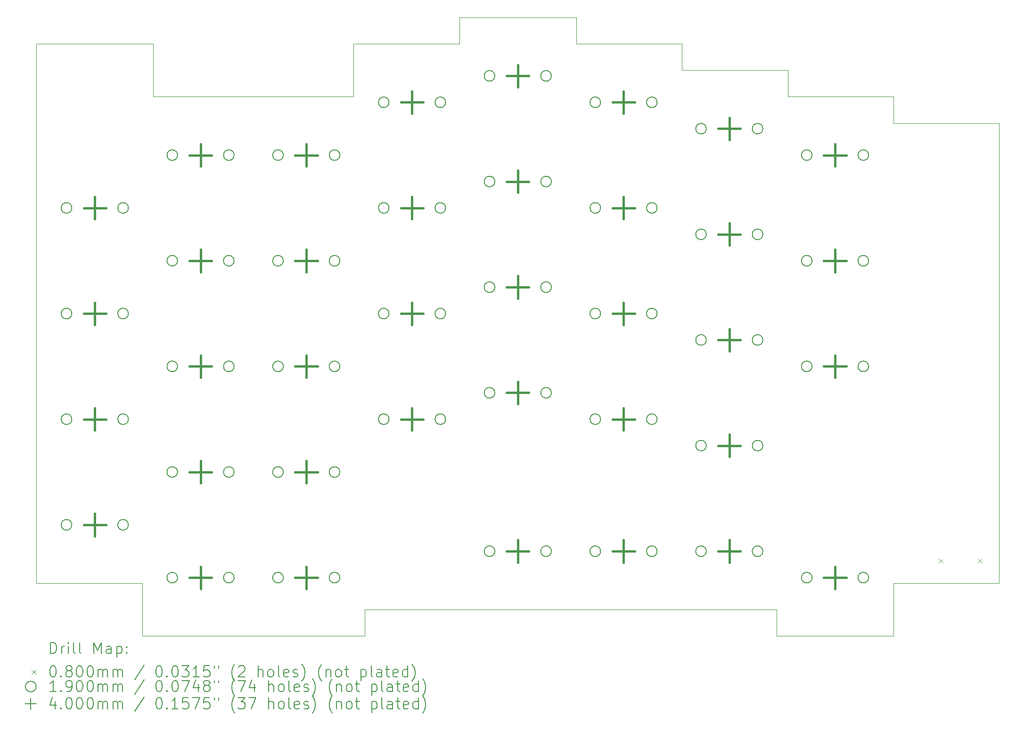
<source format=gbr>
%FSLAX45Y45*%
G04 Gerber Fmt 4.5, Leading zero omitted, Abs format (unit mm)*
G04 Created by KiCad (PCBNEW (6.0.4-0)) date 2022-03-31 21:48:40*
%MOMM*%
%LPD*%
G01*
G04 APERTURE LIST*
%TA.AperFunction,Profile*%
%ADD10C,0.100000*%
%TD*%
%ADD11C,0.200000*%
%ADD12C,0.080000*%
%ADD13C,0.190000*%
%ADD14C,0.400000*%
G04 APERTURE END LIST*
D10*
X13950000Y-3375000D02*
X16050000Y-3375000D01*
X19650000Y-14025000D02*
X12250000Y-14025000D01*
X8250000Y-14500000D02*
X8250000Y-13550000D01*
X8450000Y-4800000D02*
X12050000Y-4800000D01*
X6350000Y-3850000D02*
X8450000Y-3850000D01*
X12250000Y-14025000D02*
X12250000Y-14500000D01*
X21750000Y-14500000D02*
X19650000Y-14500000D01*
X23650000Y-5275000D02*
X23650000Y-13550000D01*
X21750000Y-13550000D02*
X21750000Y-14500000D01*
X23650000Y-13550000D02*
X21750000Y-13550000D01*
X21725000Y-4800000D02*
X21750000Y-4800000D01*
X21750000Y-5275000D02*
X23650000Y-5275000D01*
X6350000Y-13550000D02*
X6350000Y-3850000D01*
X16050000Y-3375000D02*
X16050000Y-3850000D01*
X19850000Y-4800000D02*
X21725000Y-4800000D01*
X12050000Y-3850000D02*
X13950000Y-3850000D01*
X16050000Y-3850000D02*
X17950000Y-3850000D01*
X12050000Y-4800000D02*
X12050000Y-3850000D01*
X19850000Y-4325000D02*
X19850000Y-4800000D01*
X21750000Y-4800000D02*
X21750000Y-5275000D01*
X19650000Y-14500000D02*
X19650000Y-14025000D01*
X17950000Y-4325000D02*
X19850000Y-4325000D01*
X8250000Y-13550000D02*
X6350000Y-13550000D01*
X17950000Y-3850000D02*
X17950000Y-4325000D01*
X8450000Y-3850000D02*
X8450000Y-4800000D01*
X13950000Y-3850000D02*
X13950000Y-3375000D01*
X12250000Y-14500000D02*
X8250000Y-14500000D01*
D11*
D12*
X22561250Y-13110000D02*
X22641250Y-13190000D01*
X22641250Y-13110000D02*
X22561250Y-13190000D01*
X23261250Y-13110000D02*
X23341250Y-13190000D01*
X23341250Y-13110000D02*
X23261250Y-13190000D01*
D13*
X6987000Y-6800000D02*
G75*
G03*
X6987000Y-6800000I-95000J0D01*
G01*
X6987000Y-8700000D02*
G75*
G03*
X6987000Y-8700000I-95000J0D01*
G01*
X6987000Y-10600000D02*
G75*
G03*
X6987000Y-10600000I-95000J0D01*
G01*
X6987000Y-12500000D02*
G75*
G03*
X6987000Y-12500000I-95000J0D01*
G01*
X8003000Y-6800000D02*
G75*
G03*
X8003000Y-6800000I-95000J0D01*
G01*
X8003000Y-8700000D02*
G75*
G03*
X8003000Y-8700000I-95000J0D01*
G01*
X8003000Y-10600000D02*
G75*
G03*
X8003000Y-10600000I-95000J0D01*
G01*
X8003000Y-12500000D02*
G75*
G03*
X8003000Y-12500000I-95000J0D01*
G01*
X8887000Y-5850000D02*
G75*
G03*
X8887000Y-5850000I-95000J0D01*
G01*
X8887000Y-7750000D02*
G75*
G03*
X8887000Y-7750000I-95000J0D01*
G01*
X8887000Y-9650000D02*
G75*
G03*
X8887000Y-9650000I-95000J0D01*
G01*
X8887000Y-11550000D02*
G75*
G03*
X8887000Y-11550000I-95000J0D01*
G01*
X8887000Y-13450000D02*
G75*
G03*
X8887000Y-13450000I-95000J0D01*
G01*
X9903000Y-5850000D02*
G75*
G03*
X9903000Y-5850000I-95000J0D01*
G01*
X9903000Y-7750000D02*
G75*
G03*
X9903000Y-7750000I-95000J0D01*
G01*
X9903000Y-9650000D02*
G75*
G03*
X9903000Y-9650000I-95000J0D01*
G01*
X9903000Y-11550000D02*
G75*
G03*
X9903000Y-11550000I-95000J0D01*
G01*
X9903000Y-13450000D02*
G75*
G03*
X9903000Y-13450000I-95000J0D01*
G01*
X10787000Y-5850000D02*
G75*
G03*
X10787000Y-5850000I-95000J0D01*
G01*
X10787000Y-7750000D02*
G75*
G03*
X10787000Y-7750000I-95000J0D01*
G01*
X10787000Y-9650000D02*
G75*
G03*
X10787000Y-9650000I-95000J0D01*
G01*
X10787000Y-11550000D02*
G75*
G03*
X10787000Y-11550000I-95000J0D01*
G01*
X10787000Y-13450000D02*
G75*
G03*
X10787000Y-13450000I-95000J0D01*
G01*
X11803000Y-5850000D02*
G75*
G03*
X11803000Y-5850000I-95000J0D01*
G01*
X11803000Y-7750000D02*
G75*
G03*
X11803000Y-7750000I-95000J0D01*
G01*
X11803000Y-9650000D02*
G75*
G03*
X11803000Y-9650000I-95000J0D01*
G01*
X11803000Y-11550000D02*
G75*
G03*
X11803000Y-11550000I-95000J0D01*
G01*
X11803000Y-13450000D02*
G75*
G03*
X11803000Y-13450000I-95000J0D01*
G01*
X12687000Y-4900000D02*
G75*
G03*
X12687000Y-4900000I-95000J0D01*
G01*
X12687000Y-6800000D02*
G75*
G03*
X12687000Y-6800000I-95000J0D01*
G01*
X12687000Y-8700000D02*
G75*
G03*
X12687000Y-8700000I-95000J0D01*
G01*
X12687000Y-10600000D02*
G75*
G03*
X12687000Y-10600000I-95000J0D01*
G01*
X13703000Y-4900000D02*
G75*
G03*
X13703000Y-4900000I-95000J0D01*
G01*
X13703000Y-6800000D02*
G75*
G03*
X13703000Y-6800000I-95000J0D01*
G01*
X13703000Y-8700000D02*
G75*
G03*
X13703000Y-8700000I-95000J0D01*
G01*
X13703000Y-10600000D02*
G75*
G03*
X13703000Y-10600000I-95000J0D01*
G01*
X14587000Y-4425000D02*
G75*
G03*
X14587000Y-4425000I-95000J0D01*
G01*
X14587000Y-6325000D02*
G75*
G03*
X14587000Y-6325000I-95000J0D01*
G01*
X14587000Y-8225000D02*
G75*
G03*
X14587000Y-8225000I-95000J0D01*
G01*
X14587000Y-10125000D02*
G75*
G03*
X14587000Y-10125000I-95000J0D01*
G01*
X14587000Y-12975000D02*
G75*
G03*
X14587000Y-12975000I-95000J0D01*
G01*
X15603000Y-4425000D02*
G75*
G03*
X15603000Y-4425000I-95000J0D01*
G01*
X15603000Y-6325000D02*
G75*
G03*
X15603000Y-6325000I-95000J0D01*
G01*
X15603000Y-8225000D02*
G75*
G03*
X15603000Y-8225000I-95000J0D01*
G01*
X15603000Y-10125000D02*
G75*
G03*
X15603000Y-10125000I-95000J0D01*
G01*
X15603000Y-12975000D02*
G75*
G03*
X15603000Y-12975000I-95000J0D01*
G01*
X16487000Y-4900000D02*
G75*
G03*
X16487000Y-4900000I-95000J0D01*
G01*
X16487000Y-6800000D02*
G75*
G03*
X16487000Y-6800000I-95000J0D01*
G01*
X16487000Y-8700000D02*
G75*
G03*
X16487000Y-8700000I-95000J0D01*
G01*
X16487000Y-10600000D02*
G75*
G03*
X16487000Y-10600000I-95000J0D01*
G01*
X16487000Y-12975000D02*
G75*
G03*
X16487000Y-12975000I-95000J0D01*
G01*
X17503000Y-4900000D02*
G75*
G03*
X17503000Y-4900000I-95000J0D01*
G01*
X17503000Y-6800000D02*
G75*
G03*
X17503000Y-6800000I-95000J0D01*
G01*
X17503000Y-8700000D02*
G75*
G03*
X17503000Y-8700000I-95000J0D01*
G01*
X17503000Y-10600000D02*
G75*
G03*
X17503000Y-10600000I-95000J0D01*
G01*
X17503000Y-12975000D02*
G75*
G03*
X17503000Y-12975000I-95000J0D01*
G01*
X18387000Y-5375000D02*
G75*
G03*
X18387000Y-5375000I-95000J0D01*
G01*
X18387000Y-7275000D02*
G75*
G03*
X18387000Y-7275000I-95000J0D01*
G01*
X18387000Y-9175000D02*
G75*
G03*
X18387000Y-9175000I-95000J0D01*
G01*
X18387000Y-11075000D02*
G75*
G03*
X18387000Y-11075000I-95000J0D01*
G01*
X18387000Y-12975000D02*
G75*
G03*
X18387000Y-12975000I-95000J0D01*
G01*
X19403000Y-5375000D02*
G75*
G03*
X19403000Y-5375000I-95000J0D01*
G01*
X19403000Y-7275000D02*
G75*
G03*
X19403000Y-7275000I-95000J0D01*
G01*
X19403000Y-9175000D02*
G75*
G03*
X19403000Y-9175000I-95000J0D01*
G01*
X19403000Y-11075000D02*
G75*
G03*
X19403000Y-11075000I-95000J0D01*
G01*
X19403000Y-12975000D02*
G75*
G03*
X19403000Y-12975000I-95000J0D01*
G01*
X20287000Y-5850000D02*
G75*
G03*
X20287000Y-5850000I-95000J0D01*
G01*
X20287000Y-7750000D02*
G75*
G03*
X20287000Y-7750000I-95000J0D01*
G01*
X20287000Y-9650000D02*
G75*
G03*
X20287000Y-9650000I-95000J0D01*
G01*
X20287000Y-13450000D02*
G75*
G03*
X20287000Y-13450000I-95000J0D01*
G01*
X21303000Y-5850000D02*
G75*
G03*
X21303000Y-5850000I-95000J0D01*
G01*
X21303000Y-7750000D02*
G75*
G03*
X21303000Y-7750000I-95000J0D01*
G01*
X21303000Y-9650000D02*
G75*
G03*
X21303000Y-9650000I-95000J0D01*
G01*
X21303000Y-13450000D02*
G75*
G03*
X21303000Y-13450000I-95000J0D01*
G01*
D14*
X7400000Y-6600000D02*
X7400000Y-7000000D01*
X7200000Y-6800000D02*
X7600000Y-6800000D01*
X7400000Y-8500000D02*
X7400000Y-8900000D01*
X7200000Y-8700000D02*
X7600000Y-8700000D01*
X7400000Y-10400000D02*
X7400000Y-10800000D01*
X7200000Y-10600000D02*
X7600000Y-10600000D01*
X7400000Y-12300000D02*
X7400000Y-12700000D01*
X7200000Y-12500000D02*
X7600000Y-12500000D01*
X9300000Y-5650000D02*
X9300000Y-6050000D01*
X9100000Y-5850000D02*
X9500000Y-5850000D01*
X9300000Y-7550000D02*
X9300000Y-7950000D01*
X9100000Y-7750000D02*
X9500000Y-7750000D01*
X9300000Y-9450000D02*
X9300000Y-9850000D01*
X9100000Y-9650000D02*
X9500000Y-9650000D01*
X9300000Y-11350000D02*
X9300000Y-11750000D01*
X9100000Y-11550000D02*
X9500000Y-11550000D01*
X9300000Y-13250000D02*
X9300000Y-13650000D01*
X9100000Y-13450000D02*
X9500000Y-13450000D01*
X11200000Y-5650000D02*
X11200000Y-6050000D01*
X11000000Y-5850000D02*
X11400000Y-5850000D01*
X11200000Y-7550000D02*
X11200000Y-7950000D01*
X11000000Y-7750000D02*
X11400000Y-7750000D01*
X11200000Y-9450000D02*
X11200000Y-9850000D01*
X11000000Y-9650000D02*
X11400000Y-9650000D01*
X11200000Y-11350000D02*
X11200000Y-11750000D01*
X11000000Y-11550000D02*
X11400000Y-11550000D01*
X11200000Y-13250000D02*
X11200000Y-13650000D01*
X11000000Y-13450000D02*
X11400000Y-13450000D01*
X13100000Y-4700000D02*
X13100000Y-5100000D01*
X12900000Y-4900000D02*
X13300000Y-4900000D01*
X13100000Y-6600000D02*
X13100000Y-7000000D01*
X12900000Y-6800000D02*
X13300000Y-6800000D01*
X13100000Y-8500000D02*
X13100000Y-8900000D01*
X12900000Y-8700000D02*
X13300000Y-8700000D01*
X13100000Y-10400000D02*
X13100000Y-10800000D01*
X12900000Y-10600000D02*
X13300000Y-10600000D01*
X15000000Y-4225000D02*
X15000000Y-4625000D01*
X14800000Y-4425000D02*
X15200000Y-4425000D01*
X15000000Y-6125000D02*
X15000000Y-6525000D01*
X14800000Y-6325000D02*
X15200000Y-6325000D01*
X15000000Y-8025000D02*
X15000000Y-8425000D01*
X14800000Y-8225000D02*
X15200000Y-8225000D01*
X15000000Y-9925000D02*
X15000000Y-10325000D01*
X14800000Y-10125000D02*
X15200000Y-10125000D01*
X15000000Y-12775000D02*
X15000000Y-13175000D01*
X14800000Y-12975000D02*
X15200000Y-12975000D01*
X16900000Y-4700000D02*
X16900000Y-5100000D01*
X16700000Y-4900000D02*
X17100000Y-4900000D01*
X16900000Y-6600000D02*
X16900000Y-7000000D01*
X16700000Y-6800000D02*
X17100000Y-6800000D01*
X16900000Y-8500000D02*
X16900000Y-8900000D01*
X16700000Y-8700000D02*
X17100000Y-8700000D01*
X16900000Y-10400000D02*
X16900000Y-10800000D01*
X16700000Y-10600000D02*
X17100000Y-10600000D01*
X16900000Y-12775000D02*
X16900000Y-13175000D01*
X16700000Y-12975000D02*
X17100000Y-12975000D01*
X18800000Y-5175000D02*
X18800000Y-5575000D01*
X18600000Y-5375000D02*
X19000000Y-5375000D01*
X18800000Y-7075000D02*
X18800000Y-7475000D01*
X18600000Y-7275000D02*
X19000000Y-7275000D01*
X18800000Y-8975000D02*
X18800000Y-9375000D01*
X18600000Y-9175000D02*
X19000000Y-9175000D01*
X18800000Y-10875000D02*
X18800000Y-11275000D01*
X18600000Y-11075000D02*
X19000000Y-11075000D01*
X18800000Y-12775000D02*
X18800000Y-13175000D01*
X18600000Y-12975000D02*
X19000000Y-12975000D01*
X20700000Y-5650000D02*
X20700000Y-6050000D01*
X20500000Y-5850000D02*
X20900000Y-5850000D01*
X20700000Y-7550000D02*
X20700000Y-7950000D01*
X20500000Y-7750000D02*
X20900000Y-7750000D01*
X20700000Y-9450000D02*
X20700000Y-9850000D01*
X20500000Y-9650000D02*
X20900000Y-9650000D01*
X20700000Y-13250000D02*
X20700000Y-13650000D01*
X20500000Y-13450000D02*
X20900000Y-13450000D01*
D11*
X6602619Y-14815476D02*
X6602619Y-14615476D01*
X6650238Y-14615476D01*
X6678809Y-14625000D01*
X6697857Y-14644048D01*
X6707381Y-14663095D01*
X6716905Y-14701190D01*
X6716905Y-14729762D01*
X6707381Y-14767857D01*
X6697857Y-14786905D01*
X6678809Y-14805952D01*
X6650238Y-14815476D01*
X6602619Y-14815476D01*
X6802619Y-14815476D02*
X6802619Y-14682143D01*
X6802619Y-14720238D02*
X6812143Y-14701190D01*
X6821667Y-14691667D01*
X6840714Y-14682143D01*
X6859762Y-14682143D01*
X6926428Y-14815476D02*
X6926428Y-14682143D01*
X6926428Y-14615476D02*
X6916905Y-14625000D01*
X6926428Y-14634524D01*
X6935952Y-14625000D01*
X6926428Y-14615476D01*
X6926428Y-14634524D01*
X7050238Y-14815476D02*
X7031190Y-14805952D01*
X7021667Y-14786905D01*
X7021667Y-14615476D01*
X7155000Y-14815476D02*
X7135952Y-14805952D01*
X7126428Y-14786905D01*
X7126428Y-14615476D01*
X7383571Y-14815476D02*
X7383571Y-14615476D01*
X7450238Y-14758333D01*
X7516905Y-14615476D01*
X7516905Y-14815476D01*
X7697857Y-14815476D02*
X7697857Y-14710714D01*
X7688333Y-14691667D01*
X7669286Y-14682143D01*
X7631190Y-14682143D01*
X7612143Y-14691667D01*
X7697857Y-14805952D02*
X7678809Y-14815476D01*
X7631190Y-14815476D01*
X7612143Y-14805952D01*
X7602619Y-14786905D01*
X7602619Y-14767857D01*
X7612143Y-14748809D01*
X7631190Y-14739286D01*
X7678809Y-14739286D01*
X7697857Y-14729762D01*
X7793095Y-14682143D02*
X7793095Y-14882143D01*
X7793095Y-14691667D02*
X7812143Y-14682143D01*
X7850238Y-14682143D01*
X7869286Y-14691667D01*
X7878809Y-14701190D01*
X7888333Y-14720238D01*
X7888333Y-14777381D01*
X7878809Y-14796428D01*
X7869286Y-14805952D01*
X7850238Y-14815476D01*
X7812143Y-14815476D01*
X7793095Y-14805952D01*
X7974048Y-14796428D02*
X7983571Y-14805952D01*
X7974048Y-14815476D01*
X7964524Y-14805952D01*
X7974048Y-14796428D01*
X7974048Y-14815476D01*
X7974048Y-14691667D02*
X7983571Y-14701190D01*
X7974048Y-14710714D01*
X7964524Y-14701190D01*
X7974048Y-14691667D01*
X7974048Y-14710714D01*
D12*
X6265000Y-15105000D02*
X6345000Y-15185000D01*
X6345000Y-15105000D02*
X6265000Y-15185000D01*
D11*
X6640714Y-15035476D02*
X6659762Y-15035476D01*
X6678809Y-15045000D01*
X6688333Y-15054524D01*
X6697857Y-15073571D01*
X6707381Y-15111667D01*
X6707381Y-15159286D01*
X6697857Y-15197381D01*
X6688333Y-15216428D01*
X6678809Y-15225952D01*
X6659762Y-15235476D01*
X6640714Y-15235476D01*
X6621667Y-15225952D01*
X6612143Y-15216428D01*
X6602619Y-15197381D01*
X6593095Y-15159286D01*
X6593095Y-15111667D01*
X6602619Y-15073571D01*
X6612143Y-15054524D01*
X6621667Y-15045000D01*
X6640714Y-15035476D01*
X6793095Y-15216428D02*
X6802619Y-15225952D01*
X6793095Y-15235476D01*
X6783571Y-15225952D01*
X6793095Y-15216428D01*
X6793095Y-15235476D01*
X6916905Y-15121190D02*
X6897857Y-15111667D01*
X6888333Y-15102143D01*
X6878809Y-15083095D01*
X6878809Y-15073571D01*
X6888333Y-15054524D01*
X6897857Y-15045000D01*
X6916905Y-15035476D01*
X6955000Y-15035476D01*
X6974048Y-15045000D01*
X6983571Y-15054524D01*
X6993095Y-15073571D01*
X6993095Y-15083095D01*
X6983571Y-15102143D01*
X6974048Y-15111667D01*
X6955000Y-15121190D01*
X6916905Y-15121190D01*
X6897857Y-15130714D01*
X6888333Y-15140238D01*
X6878809Y-15159286D01*
X6878809Y-15197381D01*
X6888333Y-15216428D01*
X6897857Y-15225952D01*
X6916905Y-15235476D01*
X6955000Y-15235476D01*
X6974048Y-15225952D01*
X6983571Y-15216428D01*
X6993095Y-15197381D01*
X6993095Y-15159286D01*
X6983571Y-15140238D01*
X6974048Y-15130714D01*
X6955000Y-15121190D01*
X7116905Y-15035476D02*
X7135952Y-15035476D01*
X7155000Y-15045000D01*
X7164524Y-15054524D01*
X7174048Y-15073571D01*
X7183571Y-15111667D01*
X7183571Y-15159286D01*
X7174048Y-15197381D01*
X7164524Y-15216428D01*
X7155000Y-15225952D01*
X7135952Y-15235476D01*
X7116905Y-15235476D01*
X7097857Y-15225952D01*
X7088333Y-15216428D01*
X7078809Y-15197381D01*
X7069286Y-15159286D01*
X7069286Y-15111667D01*
X7078809Y-15073571D01*
X7088333Y-15054524D01*
X7097857Y-15045000D01*
X7116905Y-15035476D01*
X7307381Y-15035476D02*
X7326428Y-15035476D01*
X7345476Y-15045000D01*
X7355000Y-15054524D01*
X7364524Y-15073571D01*
X7374048Y-15111667D01*
X7374048Y-15159286D01*
X7364524Y-15197381D01*
X7355000Y-15216428D01*
X7345476Y-15225952D01*
X7326428Y-15235476D01*
X7307381Y-15235476D01*
X7288333Y-15225952D01*
X7278809Y-15216428D01*
X7269286Y-15197381D01*
X7259762Y-15159286D01*
X7259762Y-15111667D01*
X7269286Y-15073571D01*
X7278809Y-15054524D01*
X7288333Y-15045000D01*
X7307381Y-15035476D01*
X7459762Y-15235476D02*
X7459762Y-15102143D01*
X7459762Y-15121190D02*
X7469286Y-15111667D01*
X7488333Y-15102143D01*
X7516905Y-15102143D01*
X7535952Y-15111667D01*
X7545476Y-15130714D01*
X7545476Y-15235476D01*
X7545476Y-15130714D02*
X7555000Y-15111667D01*
X7574048Y-15102143D01*
X7602619Y-15102143D01*
X7621667Y-15111667D01*
X7631190Y-15130714D01*
X7631190Y-15235476D01*
X7726428Y-15235476D02*
X7726428Y-15102143D01*
X7726428Y-15121190D02*
X7735952Y-15111667D01*
X7755000Y-15102143D01*
X7783571Y-15102143D01*
X7802619Y-15111667D01*
X7812143Y-15130714D01*
X7812143Y-15235476D01*
X7812143Y-15130714D02*
X7821667Y-15111667D01*
X7840714Y-15102143D01*
X7869286Y-15102143D01*
X7888333Y-15111667D01*
X7897857Y-15130714D01*
X7897857Y-15235476D01*
X8288333Y-15025952D02*
X8116905Y-15283095D01*
X8545476Y-15035476D02*
X8564524Y-15035476D01*
X8583571Y-15045000D01*
X8593095Y-15054524D01*
X8602619Y-15073571D01*
X8612143Y-15111667D01*
X8612143Y-15159286D01*
X8602619Y-15197381D01*
X8593095Y-15216428D01*
X8583571Y-15225952D01*
X8564524Y-15235476D01*
X8545476Y-15235476D01*
X8526429Y-15225952D01*
X8516905Y-15216428D01*
X8507381Y-15197381D01*
X8497857Y-15159286D01*
X8497857Y-15111667D01*
X8507381Y-15073571D01*
X8516905Y-15054524D01*
X8526429Y-15045000D01*
X8545476Y-15035476D01*
X8697857Y-15216428D02*
X8707381Y-15225952D01*
X8697857Y-15235476D01*
X8688333Y-15225952D01*
X8697857Y-15216428D01*
X8697857Y-15235476D01*
X8831190Y-15035476D02*
X8850238Y-15035476D01*
X8869286Y-15045000D01*
X8878810Y-15054524D01*
X8888333Y-15073571D01*
X8897857Y-15111667D01*
X8897857Y-15159286D01*
X8888333Y-15197381D01*
X8878810Y-15216428D01*
X8869286Y-15225952D01*
X8850238Y-15235476D01*
X8831190Y-15235476D01*
X8812143Y-15225952D01*
X8802619Y-15216428D01*
X8793095Y-15197381D01*
X8783571Y-15159286D01*
X8783571Y-15111667D01*
X8793095Y-15073571D01*
X8802619Y-15054524D01*
X8812143Y-15045000D01*
X8831190Y-15035476D01*
X8964524Y-15035476D02*
X9088333Y-15035476D01*
X9021667Y-15111667D01*
X9050238Y-15111667D01*
X9069286Y-15121190D01*
X9078810Y-15130714D01*
X9088333Y-15149762D01*
X9088333Y-15197381D01*
X9078810Y-15216428D01*
X9069286Y-15225952D01*
X9050238Y-15235476D01*
X8993095Y-15235476D01*
X8974048Y-15225952D01*
X8964524Y-15216428D01*
X9278810Y-15235476D02*
X9164524Y-15235476D01*
X9221667Y-15235476D02*
X9221667Y-15035476D01*
X9202619Y-15064048D01*
X9183571Y-15083095D01*
X9164524Y-15092619D01*
X9459762Y-15035476D02*
X9364524Y-15035476D01*
X9355000Y-15130714D01*
X9364524Y-15121190D01*
X9383571Y-15111667D01*
X9431190Y-15111667D01*
X9450238Y-15121190D01*
X9459762Y-15130714D01*
X9469286Y-15149762D01*
X9469286Y-15197381D01*
X9459762Y-15216428D01*
X9450238Y-15225952D01*
X9431190Y-15235476D01*
X9383571Y-15235476D01*
X9364524Y-15225952D01*
X9355000Y-15216428D01*
X9545476Y-15035476D02*
X9545476Y-15073571D01*
X9621667Y-15035476D02*
X9621667Y-15073571D01*
X9916905Y-15311667D02*
X9907381Y-15302143D01*
X9888333Y-15273571D01*
X9878810Y-15254524D01*
X9869286Y-15225952D01*
X9859762Y-15178333D01*
X9859762Y-15140238D01*
X9869286Y-15092619D01*
X9878810Y-15064048D01*
X9888333Y-15045000D01*
X9907381Y-15016428D01*
X9916905Y-15006905D01*
X9983571Y-15054524D02*
X9993095Y-15045000D01*
X10012143Y-15035476D01*
X10059762Y-15035476D01*
X10078810Y-15045000D01*
X10088333Y-15054524D01*
X10097857Y-15073571D01*
X10097857Y-15092619D01*
X10088333Y-15121190D01*
X9974048Y-15235476D01*
X10097857Y-15235476D01*
X10335952Y-15235476D02*
X10335952Y-15035476D01*
X10421667Y-15235476D02*
X10421667Y-15130714D01*
X10412143Y-15111667D01*
X10393095Y-15102143D01*
X10364524Y-15102143D01*
X10345476Y-15111667D01*
X10335952Y-15121190D01*
X10545476Y-15235476D02*
X10526429Y-15225952D01*
X10516905Y-15216428D01*
X10507381Y-15197381D01*
X10507381Y-15140238D01*
X10516905Y-15121190D01*
X10526429Y-15111667D01*
X10545476Y-15102143D01*
X10574048Y-15102143D01*
X10593095Y-15111667D01*
X10602619Y-15121190D01*
X10612143Y-15140238D01*
X10612143Y-15197381D01*
X10602619Y-15216428D01*
X10593095Y-15225952D01*
X10574048Y-15235476D01*
X10545476Y-15235476D01*
X10726429Y-15235476D02*
X10707381Y-15225952D01*
X10697857Y-15206905D01*
X10697857Y-15035476D01*
X10878810Y-15225952D02*
X10859762Y-15235476D01*
X10821667Y-15235476D01*
X10802619Y-15225952D01*
X10793095Y-15206905D01*
X10793095Y-15130714D01*
X10802619Y-15111667D01*
X10821667Y-15102143D01*
X10859762Y-15102143D01*
X10878810Y-15111667D01*
X10888333Y-15130714D01*
X10888333Y-15149762D01*
X10793095Y-15168809D01*
X10964524Y-15225952D02*
X10983571Y-15235476D01*
X11021667Y-15235476D01*
X11040714Y-15225952D01*
X11050238Y-15206905D01*
X11050238Y-15197381D01*
X11040714Y-15178333D01*
X11021667Y-15168809D01*
X10993095Y-15168809D01*
X10974048Y-15159286D01*
X10964524Y-15140238D01*
X10964524Y-15130714D01*
X10974048Y-15111667D01*
X10993095Y-15102143D01*
X11021667Y-15102143D01*
X11040714Y-15111667D01*
X11116905Y-15311667D02*
X11126429Y-15302143D01*
X11145476Y-15273571D01*
X11155000Y-15254524D01*
X11164524Y-15225952D01*
X11174048Y-15178333D01*
X11174048Y-15140238D01*
X11164524Y-15092619D01*
X11155000Y-15064048D01*
X11145476Y-15045000D01*
X11126429Y-15016428D01*
X11116905Y-15006905D01*
X11478809Y-15311667D02*
X11469286Y-15302143D01*
X11450238Y-15273571D01*
X11440714Y-15254524D01*
X11431190Y-15225952D01*
X11421667Y-15178333D01*
X11421667Y-15140238D01*
X11431190Y-15092619D01*
X11440714Y-15064048D01*
X11450238Y-15045000D01*
X11469286Y-15016428D01*
X11478809Y-15006905D01*
X11555000Y-15102143D02*
X11555000Y-15235476D01*
X11555000Y-15121190D02*
X11564524Y-15111667D01*
X11583571Y-15102143D01*
X11612143Y-15102143D01*
X11631190Y-15111667D01*
X11640714Y-15130714D01*
X11640714Y-15235476D01*
X11764524Y-15235476D02*
X11745476Y-15225952D01*
X11735952Y-15216428D01*
X11726428Y-15197381D01*
X11726428Y-15140238D01*
X11735952Y-15121190D01*
X11745476Y-15111667D01*
X11764524Y-15102143D01*
X11793095Y-15102143D01*
X11812143Y-15111667D01*
X11821667Y-15121190D01*
X11831190Y-15140238D01*
X11831190Y-15197381D01*
X11821667Y-15216428D01*
X11812143Y-15225952D01*
X11793095Y-15235476D01*
X11764524Y-15235476D01*
X11888333Y-15102143D02*
X11964524Y-15102143D01*
X11916905Y-15035476D02*
X11916905Y-15206905D01*
X11926428Y-15225952D01*
X11945476Y-15235476D01*
X11964524Y-15235476D01*
X12183571Y-15102143D02*
X12183571Y-15302143D01*
X12183571Y-15111667D02*
X12202619Y-15102143D01*
X12240714Y-15102143D01*
X12259762Y-15111667D01*
X12269286Y-15121190D01*
X12278809Y-15140238D01*
X12278809Y-15197381D01*
X12269286Y-15216428D01*
X12259762Y-15225952D01*
X12240714Y-15235476D01*
X12202619Y-15235476D01*
X12183571Y-15225952D01*
X12393095Y-15235476D02*
X12374048Y-15225952D01*
X12364524Y-15206905D01*
X12364524Y-15035476D01*
X12555000Y-15235476D02*
X12555000Y-15130714D01*
X12545476Y-15111667D01*
X12526428Y-15102143D01*
X12488333Y-15102143D01*
X12469286Y-15111667D01*
X12555000Y-15225952D02*
X12535952Y-15235476D01*
X12488333Y-15235476D01*
X12469286Y-15225952D01*
X12459762Y-15206905D01*
X12459762Y-15187857D01*
X12469286Y-15168809D01*
X12488333Y-15159286D01*
X12535952Y-15159286D01*
X12555000Y-15149762D01*
X12621667Y-15102143D02*
X12697857Y-15102143D01*
X12650238Y-15035476D02*
X12650238Y-15206905D01*
X12659762Y-15225952D01*
X12678809Y-15235476D01*
X12697857Y-15235476D01*
X12840714Y-15225952D02*
X12821667Y-15235476D01*
X12783571Y-15235476D01*
X12764524Y-15225952D01*
X12755000Y-15206905D01*
X12755000Y-15130714D01*
X12764524Y-15111667D01*
X12783571Y-15102143D01*
X12821667Y-15102143D01*
X12840714Y-15111667D01*
X12850238Y-15130714D01*
X12850238Y-15149762D01*
X12755000Y-15168809D01*
X13021667Y-15235476D02*
X13021667Y-15035476D01*
X13021667Y-15225952D02*
X13002619Y-15235476D01*
X12964524Y-15235476D01*
X12945476Y-15225952D01*
X12935952Y-15216428D01*
X12926428Y-15197381D01*
X12926428Y-15140238D01*
X12935952Y-15121190D01*
X12945476Y-15111667D01*
X12964524Y-15102143D01*
X13002619Y-15102143D01*
X13021667Y-15111667D01*
X13097857Y-15311667D02*
X13107381Y-15302143D01*
X13126428Y-15273571D01*
X13135952Y-15254524D01*
X13145476Y-15225952D01*
X13155000Y-15178333D01*
X13155000Y-15140238D01*
X13145476Y-15092619D01*
X13135952Y-15064048D01*
X13126428Y-15045000D01*
X13107381Y-15016428D01*
X13097857Y-15006905D01*
D13*
X6345000Y-15409000D02*
G75*
G03*
X6345000Y-15409000I-95000J0D01*
G01*
D11*
X6707381Y-15499476D02*
X6593095Y-15499476D01*
X6650238Y-15499476D02*
X6650238Y-15299476D01*
X6631190Y-15328048D01*
X6612143Y-15347095D01*
X6593095Y-15356619D01*
X6793095Y-15480428D02*
X6802619Y-15489952D01*
X6793095Y-15499476D01*
X6783571Y-15489952D01*
X6793095Y-15480428D01*
X6793095Y-15499476D01*
X6897857Y-15499476D02*
X6935952Y-15499476D01*
X6955000Y-15489952D01*
X6964524Y-15480428D01*
X6983571Y-15451857D01*
X6993095Y-15413762D01*
X6993095Y-15337571D01*
X6983571Y-15318524D01*
X6974048Y-15309000D01*
X6955000Y-15299476D01*
X6916905Y-15299476D01*
X6897857Y-15309000D01*
X6888333Y-15318524D01*
X6878809Y-15337571D01*
X6878809Y-15385190D01*
X6888333Y-15404238D01*
X6897857Y-15413762D01*
X6916905Y-15423286D01*
X6955000Y-15423286D01*
X6974048Y-15413762D01*
X6983571Y-15404238D01*
X6993095Y-15385190D01*
X7116905Y-15299476D02*
X7135952Y-15299476D01*
X7155000Y-15309000D01*
X7164524Y-15318524D01*
X7174048Y-15337571D01*
X7183571Y-15375667D01*
X7183571Y-15423286D01*
X7174048Y-15461381D01*
X7164524Y-15480428D01*
X7155000Y-15489952D01*
X7135952Y-15499476D01*
X7116905Y-15499476D01*
X7097857Y-15489952D01*
X7088333Y-15480428D01*
X7078809Y-15461381D01*
X7069286Y-15423286D01*
X7069286Y-15375667D01*
X7078809Y-15337571D01*
X7088333Y-15318524D01*
X7097857Y-15309000D01*
X7116905Y-15299476D01*
X7307381Y-15299476D02*
X7326428Y-15299476D01*
X7345476Y-15309000D01*
X7355000Y-15318524D01*
X7364524Y-15337571D01*
X7374048Y-15375667D01*
X7374048Y-15423286D01*
X7364524Y-15461381D01*
X7355000Y-15480428D01*
X7345476Y-15489952D01*
X7326428Y-15499476D01*
X7307381Y-15499476D01*
X7288333Y-15489952D01*
X7278809Y-15480428D01*
X7269286Y-15461381D01*
X7259762Y-15423286D01*
X7259762Y-15375667D01*
X7269286Y-15337571D01*
X7278809Y-15318524D01*
X7288333Y-15309000D01*
X7307381Y-15299476D01*
X7459762Y-15499476D02*
X7459762Y-15366143D01*
X7459762Y-15385190D02*
X7469286Y-15375667D01*
X7488333Y-15366143D01*
X7516905Y-15366143D01*
X7535952Y-15375667D01*
X7545476Y-15394714D01*
X7545476Y-15499476D01*
X7545476Y-15394714D02*
X7555000Y-15375667D01*
X7574048Y-15366143D01*
X7602619Y-15366143D01*
X7621667Y-15375667D01*
X7631190Y-15394714D01*
X7631190Y-15499476D01*
X7726428Y-15499476D02*
X7726428Y-15366143D01*
X7726428Y-15385190D02*
X7735952Y-15375667D01*
X7755000Y-15366143D01*
X7783571Y-15366143D01*
X7802619Y-15375667D01*
X7812143Y-15394714D01*
X7812143Y-15499476D01*
X7812143Y-15394714D02*
X7821667Y-15375667D01*
X7840714Y-15366143D01*
X7869286Y-15366143D01*
X7888333Y-15375667D01*
X7897857Y-15394714D01*
X7897857Y-15499476D01*
X8288333Y-15289952D02*
X8116905Y-15547095D01*
X8545476Y-15299476D02*
X8564524Y-15299476D01*
X8583571Y-15309000D01*
X8593095Y-15318524D01*
X8602619Y-15337571D01*
X8612143Y-15375667D01*
X8612143Y-15423286D01*
X8602619Y-15461381D01*
X8593095Y-15480428D01*
X8583571Y-15489952D01*
X8564524Y-15499476D01*
X8545476Y-15499476D01*
X8526429Y-15489952D01*
X8516905Y-15480428D01*
X8507381Y-15461381D01*
X8497857Y-15423286D01*
X8497857Y-15375667D01*
X8507381Y-15337571D01*
X8516905Y-15318524D01*
X8526429Y-15309000D01*
X8545476Y-15299476D01*
X8697857Y-15480428D02*
X8707381Y-15489952D01*
X8697857Y-15499476D01*
X8688333Y-15489952D01*
X8697857Y-15480428D01*
X8697857Y-15499476D01*
X8831190Y-15299476D02*
X8850238Y-15299476D01*
X8869286Y-15309000D01*
X8878810Y-15318524D01*
X8888333Y-15337571D01*
X8897857Y-15375667D01*
X8897857Y-15423286D01*
X8888333Y-15461381D01*
X8878810Y-15480428D01*
X8869286Y-15489952D01*
X8850238Y-15499476D01*
X8831190Y-15499476D01*
X8812143Y-15489952D01*
X8802619Y-15480428D01*
X8793095Y-15461381D01*
X8783571Y-15423286D01*
X8783571Y-15375667D01*
X8793095Y-15337571D01*
X8802619Y-15318524D01*
X8812143Y-15309000D01*
X8831190Y-15299476D01*
X8964524Y-15299476D02*
X9097857Y-15299476D01*
X9012143Y-15499476D01*
X9259762Y-15366143D02*
X9259762Y-15499476D01*
X9212143Y-15289952D02*
X9164524Y-15432809D01*
X9288333Y-15432809D01*
X9393095Y-15385190D02*
X9374048Y-15375667D01*
X9364524Y-15366143D01*
X9355000Y-15347095D01*
X9355000Y-15337571D01*
X9364524Y-15318524D01*
X9374048Y-15309000D01*
X9393095Y-15299476D01*
X9431190Y-15299476D01*
X9450238Y-15309000D01*
X9459762Y-15318524D01*
X9469286Y-15337571D01*
X9469286Y-15347095D01*
X9459762Y-15366143D01*
X9450238Y-15375667D01*
X9431190Y-15385190D01*
X9393095Y-15385190D01*
X9374048Y-15394714D01*
X9364524Y-15404238D01*
X9355000Y-15423286D01*
X9355000Y-15461381D01*
X9364524Y-15480428D01*
X9374048Y-15489952D01*
X9393095Y-15499476D01*
X9431190Y-15499476D01*
X9450238Y-15489952D01*
X9459762Y-15480428D01*
X9469286Y-15461381D01*
X9469286Y-15423286D01*
X9459762Y-15404238D01*
X9450238Y-15394714D01*
X9431190Y-15385190D01*
X9545476Y-15299476D02*
X9545476Y-15337571D01*
X9621667Y-15299476D02*
X9621667Y-15337571D01*
X9916905Y-15575667D02*
X9907381Y-15566143D01*
X9888333Y-15537571D01*
X9878810Y-15518524D01*
X9869286Y-15489952D01*
X9859762Y-15442333D01*
X9859762Y-15404238D01*
X9869286Y-15356619D01*
X9878810Y-15328048D01*
X9888333Y-15309000D01*
X9907381Y-15280428D01*
X9916905Y-15270905D01*
X9974048Y-15299476D02*
X10107381Y-15299476D01*
X10021667Y-15499476D01*
X10269286Y-15366143D02*
X10269286Y-15499476D01*
X10221667Y-15289952D02*
X10174048Y-15432809D01*
X10297857Y-15432809D01*
X10526429Y-15499476D02*
X10526429Y-15299476D01*
X10612143Y-15499476D02*
X10612143Y-15394714D01*
X10602619Y-15375667D01*
X10583571Y-15366143D01*
X10555000Y-15366143D01*
X10535952Y-15375667D01*
X10526429Y-15385190D01*
X10735952Y-15499476D02*
X10716905Y-15489952D01*
X10707381Y-15480428D01*
X10697857Y-15461381D01*
X10697857Y-15404238D01*
X10707381Y-15385190D01*
X10716905Y-15375667D01*
X10735952Y-15366143D01*
X10764524Y-15366143D01*
X10783571Y-15375667D01*
X10793095Y-15385190D01*
X10802619Y-15404238D01*
X10802619Y-15461381D01*
X10793095Y-15480428D01*
X10783571Y-15489952D01*
X10764524Y-15499476D01*
X10735952Y-15499476D01*
X10916905Y-15499476D02*
X10897857Y-15489952D01*
X10888333Y-15470905D01*
X10888333Y-15299476D01*
X11069286Y-15489952D02*
X11050238Y-15499476D01*
X11012143Y-15499476D01*
X10993095Y-15489952D01*
X10983571Y-15470905D01*
X10983571Y-15394714D01*
X10993095Y-15375667D01*
X11012143Y-15366143D01*
X11050238Y-15366143D01*
X11069286Y-15375667D01*
X11078810Y-15394714D01*
X11078810Y-15413762D01*
X10983571Y-15432809D01*
X11155000Y-15489952D02*
X11174048Y-15499476D01*
X11212143Y-15499476D01*
X11231190Y-15489952D01*
X11240714Y-15470905D01*
X11240714Y-15461381D01*
X11231190Y-15442333D01*
X11212143Y-15432809D01*
X11183571Y-15432809D01*
X11164524Y-15423286D01*
X11155000Y-15404238D01*
X11155000Y-15394714D01*
X11164524Y-15375667D01*
X11183571Y-15366143D01*
X11212143Y-15366143D01*
X11231190Y-15375667D01*
X11307381Y-15575667D02*
X11316905Y-15566143D01*
X11335952Y-15537571D01*
X11345476Y-15518524D01*
X11355000Y-15489952D01*
X11364524Y-15442333D01*
X11364524Y-15404238D01*
X11355000Y-15356619D01*
X11345476Y-15328048D01*
X11335952Y-15309000D01*
X11316905Y-15280428D01*
X11307381Y-15270905D01*
X11669286Y-15575667D02*
X11659762Y-15566143D01*
X11640714Y-15537571D01*
X11631190Y-15518524D01*
X11621667Y-15489952D01*
X11612143Y-15442333D01*
X11612143Y-15404238D01*
X11621667Y-15356619D01*
X11631190Y-15328048D01*
X11640714Y-15309000D01*
X11659762Y-15280428D01*
X11669286Y-15270905D01*
X11745476Y-15366143D02*
X11745476Y-15499476D01*
X11745476Y-15385190D02*
X11755000Y-15375667D01*
X11774048Y-15366143D01*
X11802619Y-15366143D01*
X11821667Y-15375667D01*
X11831190Y-15394714D01*
X11831190Y-15499476D01*
X11955000Y-15499476D02*
X11935952Y-15489952D01*
X11926428Y-15480428D01*
X11916905Y-15461381D01*
X11916905Y-15404238D01*
X11926428Y-15385190D01*
X11935952Y-15375667D01*
X11955000Y-15366143D01*
X11983571Y-15366143D01*
X12002619Y-15375667D01*
X12012143Y-15385190D01*
X12021667Y-15404238D01*
X12021667Y-15461381D01*
X12012143Y-15480428D01*
X12002619Y-15489952D01*
X11983571Y-15499476D01*
X11955000Y-15499476D01*
X12078809Y-15366143D02*
X12155000Y-15366143D01*
X12107381Y-15299476D02*
X12107381Y-15470905D01*
X12116905Y-15489952D01*
X12135952Y-15499476D01*
X12155000Y-15499476D01*
X12374048Y-15366143D02*
X12374048Y-15566143D01*
X12374048Y-15375667D02*
X12393095Y-15366143D01*
X12431190Y-15366143D01*
X12450238Y-15375667D01*
X12459762Y-15385190D01*
X12469286Y-15404238D01*
X12469286Y-15461381D01*
X12459762Y-15480428D01*
X12450238Y-15489952D01*
X12431190Y-15499476D01*
X12393095Y-15499476D01*
X12374048Y-15489952D01*
X12583571Y-15499476D02*
X12564524Y-15489952D01*
X12555000Y-15470905D01*
X12555000Y-15299476D01*
X12745476Y-15499476D02*
X12745476Y-15394714D01*
X12735952Y-15375667D01*
X12716905Y-15366143D01*
X12678809Y-15366143D01*
X12659762Y-15375667D01*
X12745476Y-15489952D02*
X12726428Y-15499476D01*
X12678809Y-15499476D01*
X12659762Y-15489952D01*
X12650238Y-15470905D01*
X12650238Y-15451857D01*
X12659762Y-15432809D01*
X12678809Y-15423286D01*
X12726428Y-15423286D01*
X12745476Y-15413762D01*
X12812143Y-15366143D02*
X12888333Y-15366143D01*
X12840714Y-15299476D02*
X12840714Y-15470905D01*
X12850238Y-15489952D01*
X12869286Y-15499476D01*
X12888333Y-15499476D01*
X13031190Y-15489952D02*
X13012143Y-15499476D01*
X12974048Y-15499476D01*
X12955000Y-15489952D01*
X12945476Y-15470905D01*
X12945476Y-15394714D01*
X12955000Y-15375667D01*
X12974048Y-15366143D01*
X13012143Y-15366143D01*
X13031190Y-15375667D01*
X13040714Y-15394714D01*
X13040714Y-15413762D01*
X12945476Y-15432809D01*
X13212143Y-15499476D02*
X13212143Y-15299476D01*
X13212143Y-15489952D02*
X13193095Y-15499476D01*
X13155000Y-15499476D01*
X13135952Y-15489952D01*
X13126428Y-15480428D01*
X13116905Y-15461381D01*
X13116905Y-15404238D01*
X13126428Y-15385190D01*
X13135952Y-15375667D01*
X13155000Y-15366143D01*
X13193095Y-15366143D01*
X13212143Y-15375667D01*
X13288333Y-15575667D02*
X13297857Y-15566143D01*
X13316905Y-15537571D01*
X13326428Y-15518524D01*
X13335952Y-15489952D01*
X13345476Y-15442333D01*
X13345476Y-15404238D01*
X13335952Y-15356619D01*
X13326428Y-15328048D01*
X13316905Y-15309000D01*
X13297857Y-15280428D01*
X13288333Y-15270905D01*
X6245000Y-15619000D02*
X6245000Y-15819000D01*
X6145000Y-15719000D02*
X6345000Y-15719000D01*
X6688333Y-15676143D02*
X6688333Y-15809476D01*
X6640714Y-15599952D02*
X6593095Y-15742809D01*
X6716905Y-15742809D01*
X6793095Y-15790428D02*
X6802619Y-15799952D01*
X6793095Y-15809476D01*
X6783571Y-15799952D01*
X6793095Y-15790428D01*
X6793095Y-15809476D01*
X6926428Y-15609476D02*
X6945476Y-15609476D01*
X6964524Y-15619000D01*
X6974048Y-15628524D01*
X6983571Y-15647571D01*
X6993095Y-15685667D01*
X6993095Y-15733286D01*
X6983571Y-15771381D01*
X6974048Y-15790428D01*
X6964524Y-15799952D01*
X6945476Y-15809476D01*
X6926428Y-15809476D01*
X6907381Y-15799952D01*
X6897857Y-15790428D01*
X6888333Y-15771381D01*
X6878809Y-15733286D01*
X6878809Y-15685667D01*
X6888333Y-15647571D01*
X6897857Y-15628524D01*
X6907381Y-15619000D01*
X6926428Y-15609476D01*
X7116905Y-15609476D02*
X7135952Y-15609476D01*
X7155000Y-15619000D01*
X7164524Y-15628524D01*
X7174048Y-15647571D01*
X7183571Y-15685667D01*
X7183571Y-15733286D01*
X7174048Y-15771381D01*
X7164524Y-15790428D01*
X7155000Y-15799952D01*
X7135952Y-15809476D01*
X7116905Y-15809476D01*
X7097857Y-15799952D01*
X7088333Y-15790428D01*
X7078809Y-15771381D01*
X7069286Y-15733286D01*
X7069286Y-15685667D01*
X7078809Y-15647571D01*
X7088333Y-15628524D01*
X7097857Y-15619000D01*
X7116905Y-15609476D01*
X7307381Y-15609476D02*
X7326428Y-15609476D01*
X7345476Y-15619000D01*
X7355000Y-15628524D01*
X7364524Y-15647571D01*
X7374048Y-15685667D01*
X7374048Y-15733286D01*
X7364524Y-15771381D01*
X7355000Y-15790428D01*
X7345476Y-15799952D01*
X7326428Y-15809476D01*
X7307381Y-15809476D01*
X7288333Y-15799952D01*
X7278809Y-15790428D01*
X7269286Y-15771381D01*
X7259762Y-15733286D01*
X7259762Y-15685667D01*
X7269286Y-15647571D01*
X7278809Y-15628524D01*
X7288333Y-15619000D01*
X7307381Y-15609476D01*
X7459762Y-15809476D02*
X7459762Y-15676143D01*
X7459762Y-15695190D02*
X7469286Y-15685667D01*
X7488333Y-15676143D01*
X7516905Y-15676143D01*
X7535952Y-15685667D01*
X7545476Y-15704714D01*
X7545476Y-15809476D01*
X7545476Y-15704714D02*
X7555000Y-15685667D01*
X7574048Y-15676143D01*
X7602619Y-15676143D01*
X7621667Y-15685667D01*
X7631190Y-15704714D01*
X7631190Y-15809476D01*
X7726428Y-15809476D02*
X7726428Y-15676143D01*
X7726428Y-15695190D02*
X7735952Y-15685667D01*
X7755000Y-15676143D01*
X7783571Y-15676143D01*
X7802619Y-15685667D01*
X7812143Y-15704714D01*
X7812143Y-15809476D01*
X7812143Y-15704714D02*
X7821667Y-15685667D01*
X7840714Y-15676143D01*
X7869286Y-15676143D01*
X7888333Y-15685667D01*
X7897857Y-15704714D01*
X7897857Y-15809476D01*
X8288333Y-15599952D02*
X8116905Y-15857095D01*
X8545476Y-15609476D02*
X8564524Y-15609476D01*
X8583571Y-15619000D01*
X8593095Y-15628524D01*
X8602619Y-15647571D01*
X8612143Y-15685667D01*
X8612143Y-15733286D01*
X8602619Y-15771381D01*
X8593095Y-15790428D01*
X8583571Y-15799952D01*
X8564524Y-15809476D01*
X8545476Y-15809476D01*
X8526429Y-15799952D01*
X8516905Y-15790428D01*
X8507381Y-15771381D01*
X8497857Y-15733286D01*
X8497857Y-15685667D01*
X8507381Y-15647571D01*
X8516905Y-15628524D01*
X8526429Y-15619000D01*
X8545476Y-15609476D01*
X8697857Y-15790428D02*
X8707381Y-15799952D01*
X8697857Y-15809476D01*
X8688333Y-15799952D01*
X8697857Y-15790428D01*
X8697857Y-15809476D01*
X8897857Y-15809476D02*
X8783571Y-15809476D01*
X8840714Y-15809476D02*
X8840714Y-15609476D01*
X8821667Y-15638048D01*
X8802619Y-15657095D01*
X8783571Y-15666619D01*
X9078810Y-15609476D02*
X8983571Y-15609476D01*
X8974048Y-15704714D01*
X8983571Y-15695190D01*
X9002619Y-15685667D01*
X9050238Y-15685667D01*
X9069286Y-15695190D01*
X9078810Y-15704714D01*
X9088333Y-15723762D01*
X9088333Y-15771381D01*
X9078810Y-15790428D01*
X9069286Y-15799952D01*
X9050238Y-15809476D01*
X9002619Y-15809476D01*
X8983571Y-15799952D01*
X8974048Y-15790428D01*
X9155000Y-15609476D02*
X9288333Y-15609476D01*
X9202619Y-15809476D01*
X9459762Y-15609476D02*
X9364524Y-15609476D01*
X9355000Y-15704714D01*
X9364524Y-15695190D01*
X9383571Y-15685667D01*
X9431190Y-15685667D01*
X9450238Y-15695190D01*
X9459762Y-15704714D01*
X9469286Y-15723762D01*
X9469286Y-15771381D01*
X9459762Y-15790428D01*
X9450238Y-15799952D01*
X9431190Y-15809476D01*
X9383571Y-15809476D01*
X9364524Y-15799952D01*
X9355000Y-15790428D01*
X9545476Y-15609476D02*
X9545476Y-15647571D01*
X9621667Y-15609476D02*
X9621667Y-15647571D01*
X9916905Y-15885667D02*
X9907381Y-15876143D01*
X9888333Y-15847571D01*
X9878810Y-15828524D01*
X9869286Y-15799952D01*
X9859762Y-15752333D01*
X9859762Y-15714238D01*
X9869286Y-15666619D01*
X9878810Y-15638048D01*
X9888333Y-15619000D01*
X9907381Y-15590428D01*
X9916905Y-15580905D01*
X9974048Y-15609476D02*
X10097857Y-15609476D01*
X10031190Y-15685667D01*
X10059762Y-15685667D01*
X10078810Y-15695190D01*
X10088333Y-15704714D01*
X10097857Y-15723762D01*
X10097857Y-15771381D01*
X10088333Y-15790428D01*
X10078810Y-15799952D01*
X10059762Y-15809476D01*
X10002619Y-15809476D01*
X9983571Y-15799952D01*
X9974048Y-15790428D01*
X10164524Y-15609476D02*
X10297857Y-15609476D01*
X10212143Y-15809476D01*
X10526429Y-15809476D02*
X10526429Y-15609476D01*
X10612143Y-15809476D02*
X10612143Y-15704714D01*
X10602619Y-15685667D01*
X10583571Y-15676143D01*
X10555000Y-15676143D01*
X10535952Y-15685667D01*
X10526429Y-15695190D01*
X10735952Y-15809476D02*
X10716905Y-15799952D01*
X10707381Y-15790428D01*
X10697857Y-15771381D01*
X10697857Y-15714238D01*
X10707381Y-15695190D01*
X10716905Y-15685667D01*
X10735952Y-15676143D01*
X10764524Y-15676143D01*
X10783571Y-15685667D01*
X10793095Y-15695190D01*
X10802619Y-15714238D01*
X10802619Y-15771381D01*
X10793095Y-15790428D01*
X10783571Y-15799952D01*
X10764524Y-15809476D01*
X10735952Y-15809476D01*
X10916905Y-15809476D02*
X10897857Y-15799952D01*
X10888333Y-15780905D01*
X10888333Y-15609476D01*
X11069286Y-15799952D02*
X11050238Y-15809476D01*
X11012143Y-15809476D01*
X10993095Y-15799952D01*
X10983571Y-15780905D01*
X10983571Y-15704714D01*
X10993095Y-15685667D01*
X11012143Y-15676143D01*
X11050238Y-15676143D01*
X11069286Y-15685667D01*
X11078810Y-15704714D01*
X11078810Y-15723762D01*
X10983571Y-15742809D01*
X11155000Y-15799952D02*
X11174048Y-15809476D01*
X11212143Y-15809476D01*
X11231190Y-15799952D01*
X11240714Y-15780905D01*
X11240714Y-15771381D01*
X11231190Y-15752333D01*
X11212143Y-15742809D01*
X11183571Y-15742809D01*
X11164524Y-15733286D01*
X11155000Y-15714238D01*
X11155000Y-15704714D01*
X11164524Y-15685667D01*
X11183571Y-15676143D01*
X11212143Y-15676143D01*
X11231190Y-15685667D01*
X11307381Y-15885667D02*
X11316905Y-15876143D01*
X11335952Y-15847571D01*
X11345476Y-15828524D01*
X11355000Y-15799952D01*
X11364524Y-15752333D01*
X11364524Y-15714238D01*
X11355000Y-15666619D01*
X11345476Y-15638048D01*
X11335952Y-15619000D01*
X11316905Y-15590428D01*
X11307381Y-15580905D01*
X11669286Y-15885667D02*
X11659762Y-15876143D01*
X11640714Y-15847571D01*
X11631190Y-15828524D01*
X11621667Y-15799952D01*
X11612143Y-15752333D01*
X11612143Y-15714238D01*
X11621667Y-15666619D01*
X11631190Y-15638048D01*
X11640714Y-15619000D01*
X11659762Y-15590428D01*
X11669286Y-15580905D01*
X11745476Y-15676143D02*
X11745476Y-15809476D01*
X11745476Y-15695190D02*
X11755000Y-15685667D01*
X11774048Y-15676143D01*
X11802619Y-15676143D01*
X11821667Y-15685667D01*
X11831190Y-15704714D01*
X11831190Y-15809476D01*
X11955000Y-15809476D02*
X11935952Y-15799952D01*
X11926428Y-15790428D01*
X11916905Y-15771381D01*
X11916905Y-15714238D01*
X11926428Y-15695190D01*
X11935952Y-15685667D01*
X11955000Y-15676143D01*
X11983571Y-15676143D01*
X12002619Y-15685667D01*
X12012143Y-15695190D01*
X12021667Y-15714238D01*
X12021667Y-15771381D01*
X12012143Y-15790428D01*
X12002619Y-15799952D01*
X11983571Y-15809476D01*
X11955000Y-15809476D01*
X12078809Y-15676143D02*
X12155000Y-15676143D01*
X12107381Y-15609476D02*
X12107381Y-15780905D01*
X12116905Y-15799952D01*
X12135952Y-15809476D01*
X12155000Y-15809476D01*
X12374048Y-15676143D02*
X12374048Y-15876143D01*
X12374048Y-15685667D02*
X12393095Y-15676143D01*
X12431190Y-15676143D01*
X12450238Y-15685667D01*
X12459762Y-15695190D01*
X12469286Y-15714238D01*
X12469286Y-15771381D01*
X12459762Y-15790428D01*
X12450238Y-15799952D01*
X12431190Y-15809476D01*
X12393095Y-15809476D01*
X12374048Y-15799952D01*
X12583571Y-15809476D02*
X12564524Y-15799952D01*
X12555000Y-15780905D01*
X12555000Y-15609476D01*
X12745476Y-15809476D02*
X12745476Y-15704714D01*
X12735952Y-15685667D01*
X12716905Y-15676143D01*
X12678809Y-15676143D01*
X12659762Y-15685667D01*
X12745476Y-15799952D02*
X12726428Y-15809476D01*
X12678809Y-15809476D01*
X12659762Y-15799952D01*
X12650238Y-15780905D01*
X12650238Y-15761857D01*
X12659762Y-15742809D01*
X12678809Y-15733286D01*
X12726428Y-15733286D01*
X12745476Y-15723762D01*
X12812143Y-15676143D02*
X12888333Y-15676143D01*
X12840714Y-15609476D02*
X12840714Y-15780905D01*
X12850238Y-15799952D01*
X12869286Y-15809476D01*
X12888333Y-15809476D01*
X13031190Y-15799952D02*
X13012143Y-15809476D01*
X12974048Y-15809476D01*
X12955000Y-15799952D01*
X12945476Y-15780905D01*
X12945476Y-15704714D01*
X12955000Y-15685667D01*
X12974048Y-15676143D01*
X13012143Y-15676143D01*
X13031190Y-15685667D01*
X13040714Y-15704714D01*
X13040714Y-15723762D01*
X12945476Y-15742809D01*
X13212143Y-15809476D02*
X13212143Y-15609476D01*
X13212143Y-15799952D02*
X13193095Y-15809476D01*
X13155000Y-15809476D01*
X13135952Y-15799952D01*
X13126428Y-15790428D01*
X13116905Y-15771381D01*
X13116905Y-15714238D01*
X13126428Y-15695190D01*
X13135952Y-15685667D01*
X13155000Y-15676143D01*
X13193095Y-15676143D01*
X13212143Y-15685667D01*
X13288333Y-15885667D02*
X13297857Y-15876143D01*
X13316905Y-15847571D01*
X13326428Y-15828524D01*
X13335952Y-15799952D01*
X13345476Y-15752333D01*
X13345476Y-15714238D01*
X13335952Y-15666619D01*
X13326428Y-15638048D01*
X13316905Y-15619000D01*
X13297857Y-15590428D01*
X13288333Y-15580905D01*
M02*

</source>
